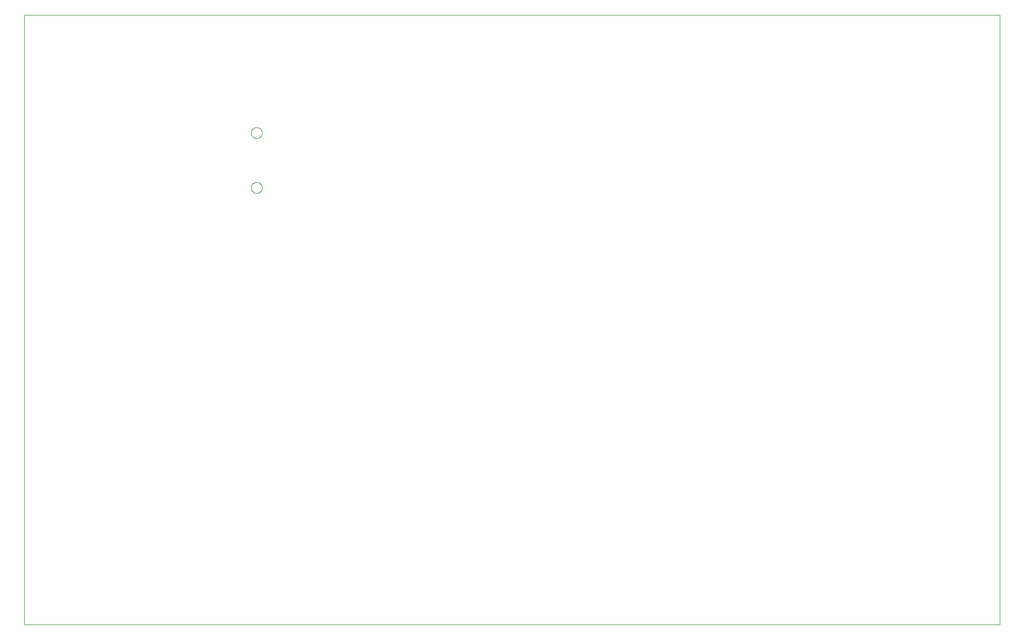
<source format=gko>
G75*
%MOIN*%
%OFA0B0*%
%FSLAX25Y25*%
%IPPOS*%
%LPD*%
%AMOC8*
5,1,8,0,0,1.08239X$1,22.5*
%
%ADD10C,0.00000*%
D10*
X0001000Y0001000D02*
X0001000Y0394701D01*
X0630921Y0394701D01*
X0630921Y0001000D01*
X0001000Y0001000D01*
X0147450Y0283300D02*
X0147452Y0283419D01*
X0147458Y0283537D01*
X0147468Y0283655D01*
X0147482Y0283773D01*
X0147499Y0283890D01*
X0147521Y0284007D01*
X0147547Y0284123D01*
X0147576Y0284238D01*
X0147609Y0284352D01*
X0147646Y0284464D01*
X0147687Y0284576D01*
X0147732Y0284686D01*
X0147780Y0284794D01*
X0147832Y0284901D01*
X0147887Y0285006D01*
X0147946Y0285109D01*
X0148008Y0285210D01*
X0148073Y0285309D01*
X0148142Y0285406D01*
X0148214Y0285500D01*
X0148289Y0285592D01*
X0148367Y0285681D01*
X0148448Y0285768D01*
X0148532Y0285852D01*
X0148619Y0285933D01*
X0148708Y0286011D01*
X0148800Y0286086D01*
X0148894Y0286158D01*
X0148991Y0286227D01*
X0149090Y0286292D01*
X0149191Y0286354D01*
X0149294Y0286413D01*
X0149399Y0286468D01*
X0149506Y0286520D01*
X0149614Y0286568D01*
X0149724Y0286613D01*
X0149836Y0286654D01*
X0149948Y0286691D01*
X0150062Y0286724D01*
X0150177Y0286753D01*
X0150293Y0286779D01*
X0150410Y0286801D01*
X0150527Y0286818D01*
X0150645Y0286832D01*
X0150763Y0286842D01*
X0150881Y0286848D01*
X0151000Y0286850D01*
X0151119Y0286848D01*
X0151237Y0286842D01*
X0151355Y0286832D01*
X0151473Y0286818D01*
X0151590Y0286801D01*
X0151707Y0286779D01*
X0151823Y0286753D01*
X0151938Y0286724D01*
X0152052Y0286691D01*
X0152164Y0286654D01*
X0152276Y0286613D01*
X0152386Y0286568D01*
X0152494Y0286520D01*
X0152601Y0286468D01*
X0152706Y0286413D01*
X0152809Y0286354D01*
X0152910Y0286292D01*
X0153009Y0286227D01*
X0153106Y0286158D01*
X0153200Y0286086D01*
X0153292Y0286011D01*
X0153381Y0285933D01*
X0153468Y0285852D01*
X0153552Y0285768D01*
X0153633Y0285681D01*
X0153711Y0285592D01*
X0153786Y0285500D01*
X0153858Y0285406D01*
X0153927Y0285309D01*
X0153992Y0285210D01*
X0154054Y0285109D01*
X0154113Y0285006D01*
X0154168Y0284901D01*
X0154220Y0284794D01*
X0154268Y0284686D01*
X0154313Y0284576D01*
X0154354Y0284464D01*
X0154391Y0284352D01*
X0154424Y0284238D01*
X0154453Y0284123D01*
X0154479Y0284007D01*
X0154501Y0283890D01*
X0154518Y0283773D01*
X0154532Y0283655D01*
X0154542Y0283537D01*
X0154548Y0283419D01*
X0154550Y0283300D01*
X0154548Y0283181D01*
X0154542Y0283063D01*
X0154532Y0282945D01*
X0154518Y0282827D01*
X0154501Y0282710D01*
X0154479Y0282593D01*
X0154453Y0282477D01*
X0154424Y0282362D01*
X0154391Y0282248D01*
X0154354Y0282136D01*
X0154313Y0282024D01*
X0154268Y0281914D01*
X0154220Y0281806D01*
X0154168Y0281699D01*
X0154113Y0281594D01*
X0154054Y0281491D01*
X0153992Y0281390D01*
X0153927Y0281291D01*
X0153858Y0281194D01*
X0153786Y0281100D01*
X0153711Y0281008D01*
X0153633Y0280919D01*
X0153552Y0280832D01*
X0153468Y0280748D01*
X0153381Y0280667D01*
X0153292Y0280589D01*
X0153200Y0280514D01*
X0153106Y0280442D01*
X0153009Y0280373D01*
X0152910Y0280308D01*
X0152809Y0280246D01*
X0152706Y0280187D01*
X0152601Y0280132D01*
X0152494Y0280080D01*
X0152386Y0280032D01*
X0152276Y0279987D01*
X0152164Y0279946D01*
X0152052Y0279909D01*
X0151938Y0279876D01*
X0151823Y0279847D01*
X0151707Y0279821D01*
X0151590Y0279799D01*
X0151473Y0279782D01*
X0151355Y0279768D01*
X0151237Y0279758D01*
X0151119Y0279752D01*
X0151000Y0279750D01*
X0150881Y0279752D01*
X0150763Y0279758D01*
X0150645Y0279768D01*
X0150527Y0279782D01*
X0150410Y0279799D01*
X0150293Y0279821D01*
X0150177Y0279847D01*
X0150062Y0279876D01*
X0149948Y0279909D01*
X0149836Y0279946D01*
X0149724Y0279987D01*
X0149614Y0280032D01*
X0149506Y0280080D01*
X0149399Y0280132D01*
X0149294Y0280187D01*
X0149191Y0280246D01*
X0149090Y0280308D01*
X0148991Y0280373D01*
X0148894Y0280442D01*
X0148800Y0280514D01*
X0148708Y0280589D01*
X0148619Y0280667D01*
X0148532Y0280748D01*
X0148448Y0280832D01*
X0148367Y0280919D01*
X0148289Y0281008D01*
X0148214Y0281100D01*
X0148142Y0281194D01*
X0148073Y0281291D01*
X0148008Y0281390D01*
X0147946Y0281491D01*
X0147887Y0281594D01*
X0147832Y0281699D01*
X0147780Y0281806D01*
X0147732Y0281914D01*
X0147687Y0282024D01*
X0147646Y0282136D01*
X0147609Y0282248D01*
X0147576Y0282362D01*
X0147547Y0282477D01*
X0147521Y0282593D01*
X0147499Y0282710D01*
X0147482Y0282827D01*
X0147468Y0282945D01*
X0147458Y0283063D01*
X0147452Y0283181D01*
X0147450Y0283300D01*
X0147450Y0318700D02*
X0147452Y0318819D01*
X0147458Y0318937D01*
X0147468Y0319055D01*
X0147482Y0319173D01*
X0147499Y0319290D01*
X0147521Y0319407D01*
X0147547Y0319523D01*
X0147576Y0319638D01*
X0147609Y0319752D01*
X0147646Y0319864D01*
X0147687Y0319976D01*
X0147732Y0320086D01*
X0147780Y0320194D01*
X0147832Y0320301D01*
X0147887Y0320406D01*
X0147946Y0320509D01*
X0148008Y0320610D01*
X0148073Y0320709D01*
X0148142Y0320806D01*
X0148214Y0320900D01*
X0148289Y0320992D01*
X0148367Y0321081D01*
X0148448Y0321168D01*
X0148532Y0321252D01*
X0148619Y0321333D01*
X0148708Y0321411D01*
X0148800Y0321486D01*
X0148894Y0321558D01*
X0148991Y0321627D01*
X0149090Y0321692D01*
X0149191Y0321754D01*
X0149294Y0321813D01*
X0149399Y0321868D01*
X0149506Y0321920D01*
X0149614Y0321968D01*
X0149724Y0322013D01*
X0149836Y0322054D01*
X0149948Y0322091D01*
X0150062Y0322124D01*
X0150177Y0322153D01*
X0150293Y0322179D01*
X0150410Y0322201D01*
X0150527Y0322218D01*
X0150645Y0322232D01*
X0150763Y0322242D01*
X0150881Y0322248D01*
X0151000Y0322250D01*
X0151119Y0322248D01*
X0151237Y0322242D01*
X0151355Y0322232D01*
X0151473Y0322218D01*
X0151590Y0322201D01*
X0151707Y0322179D01*
X0151823Y0322153D01*
X0151938Y0322124D01*
X0152052Y0322091D01*
X0152164Y0322054D01*
X0152276Y0322013D01*
X0152386Y0321968D01*
X0152494Y0321920D01*
X0152601Y0321868D01*
X0152706Y0321813D01*
X0152809Y0321754D01*
X0152910Y0321692D01*
X0153009Y0321627D01*
X0153106Y0321558D01*
X0153200Y0321486D01*
X0153292Y0321411D01*
X0153381Y0321333D01*
X0153468Y0321252D01*
X0153552Y0321168D01*
X0153633Y0321081D01*
X0153711Y0320992D01*
X0153786Y0320900D01*
X0153858Y0320806D01*
X0153927Y0320709D01*
X0153992Y0320610D01*
X0154054Y0320509D01*
X0154113Y0320406D01*
X0154168Y0320301D01*
X0154220Y0320194D01*
X0154268Y0320086D01*
X0154313Y0319976D01*
X0154354Y0319864D01*
X0154391Y0319752D01*
X0154424Y0319638D01*
X0154453Y0319523D01*
X0154479Y0319407D01*
X0154501Y0319290D01*
X0154518Y0319173D01*
X0154532Y0319055D01*
X0154542Y0318937D01*
X0154548Y0318819D01*
X0154550Y0318700D01*
X0154548Y0318581D01*
X0154542Y0318463D01*
X0154532Y0318345D01*
X0154518Y0318227D01*
X0154501Y0318110D01*
X0154479Y0317993D01*
X0154453Y0317877D01*
X0154424Y0317762D01*
X0154391Y0317648D01*
X0154354Y0317536D01*
X0154313Y0317424D01*
X0154268Y0317314D01*
X0154220Y0317206D01*
X0154168Y0317099D01*
X0154113Y0316994D01*
X0154054Y0316891D01*
X0153992Y0316790D01*
X0153927Y0316691D01*
X0153858Y0316594D01*
X0153786Y0316500D01*
X0153711Y0316408D01*
X0153633Y0316319D01*
X0153552Y0316232D01*
X0153468Y0316148D01*
X0153381Y0316067D01*
X0153292Y0315989D01*
X0153200Y0315914D01*
X0153106Y0315842D01*
X0153009Y0315773D01*
X0152910Y0315708D01*
X0152809Y0315646D01*
X0152706Y0315587D01*
X0152601Y0315532D01*
X0152494Y0315480D01*
X0152386Y0315432D01*
X0152276Y0315387D01*
X0152164Y0315346D01*
X0152052Y0315309D01*
X0151938Y0315276D01*
X0151823Y0315247D01*
X0151707Y0315221D01*
X0151590Y0315199D01*
X0151473Y0315182D01*
X0151355Y0315168D01*
X0151237Y0315158D01*
X0151119Y0315152D01*
X0151000Y0315150D01*
X0150881Y0315152D01*
X0150763Y0315158D01*
X0150645Y0315168D01*
X0150527Y0315182D01*
X0150410Y0315199D01*
X0150293Y0315221D01*
X0150177Y0315247D01*
X0150062Y0315276D01*
X0149948Y0315309D01*
X0149836Y0315346D01*
X0149724Y0315387D01*
X0149614Y0315432D01*
X0149506Y0315480D01*
X0149399Y0315532D01*
X0149294Y0315587D01*
X0149191Y0315646D01*
X0149090Y0315708D01*
X0148991Y0315773D01*
X0148894Y0315842D01*
X0148800Y0315914D01*
X0148708Y0315989D01*
X0148619Y0316067D01*
X0148532Y0316148D01*
X0148448Y0316232D01*
X0148367Y0316319D01*
X0148289Y0316408D01*
X0148214Y0316500D01*
X0148142Y0316594D01*
X0148073Y0316691D01*
X0148008Y0316790D01*
X0147946Y0316891D01*
X0147887Y0316994D01*
X0147832Y0317099D01*
X0147780Y0317206D01*
X0147732Y0317314D01*
X0147687Y0317424D01*
X0147646Y0317536D01*
X0147609Y0317648D01*
X0147576Y0317762D01*
X0147547Y0317877D01*
X0147521Y0317993D01*
X0147499Y0318110D01*
X0147482Y0318227D01*
X0147468Y0318345D01*
X0147458Y0318463D01*
X0147452Y0318581D01*
X0147450Y0318700D01*
M02*

</source>
